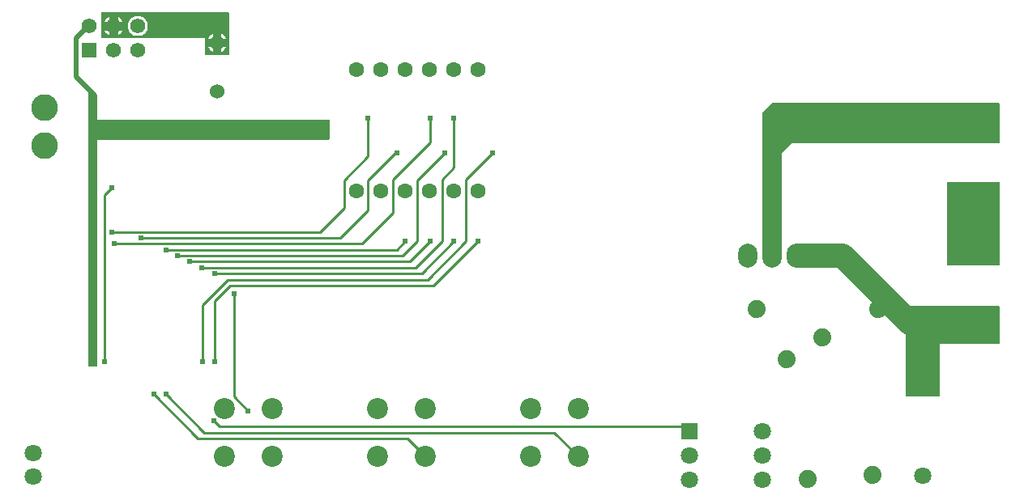
<source format=gbl>
G04 Layer: BottomLayer*
G04 EasyEDA v6.5.15, 2022-09-18 23:53:43*
G04 d3691748ad514627a52f7aef6c0eae22,d4513426d2154aa39f2c2607306ca696,10*
G04 Gerber Generator version 0.2*
G04 Scale: 100 percent, Rotated: No, Reflected: No *
G04 Dimensions in millimeters *
G04 leading zeros omitted , absolute positions ,4 integer and 5 decimal *
%FSLAX45Y45*%
%MOMM*%

%ADD10C,0.2540*%
%ADD11C,0.5080*%
%ADD12C,2.5400*%
%ADD13C,2.0320*%
%ADD14C,1.6000*%
%ADD15C,2.2000*%
%ADD16C,2.8000*%
%ADD17C,1.8796*%
%ADD18C,1.5748*%
%ADD19R,1.5748X1.5748*%
%ADD20R,1.8000X1.8000*%
%ADD21C,1.8000*%
%ADD22O,1.9999959999999999X2.4999949999999997*%
%ADD23C,1.5240*%
%ADD24C,0.6200*%
%ADD25C,0.6198*%
%ADD26C,0.0146*%

%LPD*%
G36*
X2060143Y-449986D02*
G01*
X2056282Y-449224D01*
X2052980Y-447040D01*
X2050796Y-443738D01*
X2049983Y-439826D01*
X2050034Y-275996D01*
X2049018Y-275031D01*
X972667Y-275031D01*
X968756Y-274218D01*
X965504Y-272034D01*
X963269Y-268732D01*
X962507Y-264871D01*
X962507Y-10668D01*
X963269Y-6756D01*
X965504Y-3505D01*
X968756Y-1270D01*
X972667Y-508D01*
X2289860Y-508D01*
X2293721Y-1270D01*
X2297023Y-3505D01*
X2299208Y-6756D01*
X2300020Y-10668D01*
X2300020Y-439826D01*
X2299208Y-443738D01*
X2297023Y-447040D01*
X2293721Y-449224D01*
X2289810Y-449986D01*
G37*

%LPC*%
G36*
X2219350Y-412750D02*
G01*
X2220925Y-412089D01*
X2232660Y-405130D01*
X2243378Y-396697D01*
X2252827Y-386892D01*
X2260955Y-375920D01*
X2266696Y-365404D01*
X2219350Y-365404D01*
G37*
G36*
X2130450Y-412750D02*
G01*
X2130450Y-365404D01*
X2083104Y-365404D01*
X2088845Y-375920D01*
X2096922Y-386892D01*
X2106422Y-396697D01*
X2117090Y-405130D01*
X2128824Y-412089D01*
G37*
G36*
X2219350Y-276504D02*
G01*
X2266543Y-276504D01*
X2264410Y-271932D01*
X2257094Y-260400D01*
X2248255Y-249986D01*
X2238146Y-240842D01*
X2226919Y-233121D01*
X2219350Y-229311D01*
G37*
G36*
X2083206Y-276504D02*
G01*
X2130450Y-276504D01*
X2130450Y-229311D01*
X2122881Y-233121D01*
X2111603Y-240842D01*
X2101494Y-249986D01*
X2092706Y-260400D01*
X2085339Y-271932D01*
G37*
G36*
X1345438Y-250596D02*
G01*
X1359103Y-249732D01*
X1372514Y-247040D01*
X1385519Y-242620D01*
X1397762Y-236575D01*
X1409141Y-229006D01*
X1419453Y-219964D01*
X1428445Y-209651D01*
X1436065Y-198272D01*
X1442110Y-186029D01*
X1446530Y-173075D01*
X1449171Y-159613D01*
X1450086Y-145999D01*
X1449171Y-132334D01*
X1446530Y-118922D01*
X1442110Y-105918D01*
X1436065Y-93675D01*
X1428445Y-82296D01*
X1419453Y-71983D01*
X1409141Y-62991D01*
X1397762Y-55372D01*
X1385519Y-49326D01*
X1372514Y-44907D01*
X1359103Y-42265D01*
X1345438Y-41351D01*
X1331823Y-42265D01*
X1318361Y-44907D01*
X1305407Y-49326D01*
X1293164Y-55372D01*
X1281785Y-62991D01*
X1271473Y-71983D01*
X1262430Y-82296D01*
X1254861Y-93675D01*
X1248816Y-105918D01*
X1244396Y-118922D01*
X1241704Y-132334D01*
X1240840Y-145999D01*
X1241704Y-159613D01*
X1244396Y-173075D01*
X1248816Y-186029D01*
X1254861Y-198272D01*
X1262430Y-209651D01*
X1271473Y-219964D01*
X1281785Y-229006D01*
X1293164Y-236575D01*
X1305407Y-242620D01*
X1318361Y-247040D01*
X1331823Y-249732D01*
G37*
G36*
X1045718Y-239826D02*
G01*
X1045718Y-191719D01*
X997610Y-191719D01*
X1000861Y-198272D01*
X1008430Y-209651D01*
X1017473Y-219964D01*
X1027785Y-229006D01*
X1039164Y-236575D01*
G37*
G36*
X1137158Y-239826D02*
G01*
X1143762Y-236575D01*
X1155141Y-229006D01*
X1165453Y-219964D01*
X1174445Y-209651D01*
X1182065Y-198272D01*
X1185316Y-191719D01*
X1137158Y-191719D01*
G37*
G36*
X997610Y-100279D02*
G01*
X1045718Y-100279D01*
X1045718Y-52120D01*
X1039164Y-55372D01*
X1027785Y-62991D01*
X1017473Y-71983D01*
X1008430Y-82296D01*
X1000861Y-93675D01*
G37*
G36*
X1137158Y-100279D02*
G01*
X1185316Y-100279D01*
X1182065Y-93675D01*
X1174445Y-82296D01*
X1165453Y-71983D01*
X1155141Y-62991D01*
X1143762Y-55372D01*
X1137158Y-52120D01*
G37*

%LPD*%
G36*
X7885125Y-1660652D02*
G01*
X7881264Y-1659889D01*
X7877962Y-1657654D01*
X7875778Y-1654352D01*
X7874965Y-1650492D01*
X7874965Y-1054201D01*
X7875778Y-1050340D01*
X7877962Y-1047038D01*
X7971993Y-953008D01*
X7975295Y-950772D01*
X7979206Y-950010D01*
X10339832Y-950010D01*
X10343743Y-950772D01*
X10346994Y-953008D01*
X10349230Y-956259D01*
X10349992Y-960170D01*
X10349992Y-1364843D01*
X10349230Y-1368755D01*
X10346994Y-1372006D01*
X10343743Y-1374241D01*
X10339832Y-1375003D01*
X8176006Y-1375003D01*
X8174278Y-1375714D01*
X7892338Y-1657654D01*
X7889036Y-1659889D01*
G37*

%LPD*%
G36*
X9810140Y-2650032D02*
G01*
X9806228Y-2649220D01*
X9802977Y-2647035D01*
X9800742Y-2643733D01*
X9799980Y-2639872D01*
X9799980Y-1785162D01*
X9800742Y-1781251D01*
X9802977Y-1778000D01*
X9806228Y-1775764D01*
X9810140Y-1775002D01*
X10339832Y-1775002D01*
X10343743Y-1775764D01*
X10346994Y-1778000D01*
X10349230Y-1781251D01*
X10349992Y-1785162D01*
X10349992Y-2639872D01*
X10349230Y-2643733D01*
X10346994Y-2647035D01*
X10343743Y-2649220D01*
X10339832Y-2650032D01*
G37*

%LPD*%
G36*
X835101Y-3712311D02*
G01*
X831240Y-3711549D01*
X827938Y-3709314D01*
X825753Y-3706012D01*
X824941Y-3702151D01*
X824941Y-799490D01*
X825753Y-795578D01*
X827938Y-792327D01*
X831240Y-790092D01*
X835101Y-789330D01*
X839012Y-790092D01*
X842314Y-792327D01*
X921969Y-871982D01*
X924153Y-875284D01*
X924966Y-879144D01*
X924966Y-1123950D01*
X925931Y-1124966D01*
X3339642Y-1124966D01*
X3343554Y-1125728D01*
X3346856Y-1127912D01*
X3349040Y-1131214D01*
X3349802Y-1135126D01*
X3349802Y-1327251D01*
X3349040Y-1331163D01*
X3346856Y-1334465D01*
X3343554Y-1336649D01*
X3339642Y-1337411D01*
X925931Y-1337411D01*
X924966Y-1338427D01*
X924966Y-3702151D01*
X924153Y-3706012D01*
X921969Y-3709314D01*
X918667Y-3711549D01*
X914806Y-3712311D01*
G37*

%LPD*%
G36*
X9385147Y-4024985D02*
G01*
X9381236Y-4024223D01*
X9377984Y-4021988D01*
X9375749Y-4018737D01*
X9374987Y-4014825D01*
X9374987Y-3085185D01*
X9375749Y-3081274D01*
X9377984Y-3077972D01*
X9381236Y-3075787D01*
X9385147Y-3075025D01*
X10339832Y-3075025D01*
X10343743Y-3075787D01*
X10346994Y-3077972D01*
X10349230Y-3081274D01*
X10349992Y-3085185D01*
X10349992Y-3464864D01*
X10349230Y-3468725D01*
X10346994Y-3472027D01*
X10343743Y-3474212D01*
X10339832Y-3475024D01*
X9725964Y-3475024D01*
X9724999Y-3475990D01*
X9724999Y-4014825D01*
X9724186Y-4018737D01*
X9722002Y-4021988D01*
X9718700Y-4024223D01*
X9714839Y-4024985D01*
G37*

%LPD*%
D10*
X999997Y-3662502D02*
G01*
X999997Y-1912518D01*
X1075004Y-1837512D01*
D11*
X837491Y-145999D02*
G01*
X829002Y-145999D01*
X700001Y-275000D01*
X700001Y-675002D01*
X899952Y-874953D01*
D10*
X1637512Y-2487500D02*
G01*
X4049646Y-2487500D01*
X4137279Y-2399868D01*
X4399762Y-1112443D02*
G01*
X4399762Y-1362737D01*
X4012443Y-1750057D01*
X4012443Y-2100069D01*
X3687526Y-2424986D01*
X1099995Y-2424986D01*
D12*
X10074909Y-3258565D02*
G01*
X9421113Y-3258565D01*
X8712454Y-2549905D01*
X8253984Y-2549905D01*
D10*
X2024887Y-3662426D02*
G01*
X2024887Y-3062478D01*
X2287523Y-2800095D01*
X4374895Y-2800095D01*
X4774945Y-2400045D01*
X4774945Y-1750060D01*
X5050027Y-1474978D01*
X2150110Y-3662426D02*
G01*
X2150110Y-3024886D01*
X2312415Y-2862579D01*
X4437379Y-2862579D01*
X4899913Y-2400045D01*
D13*
X7975091Y-2549903D02*
G01*
X7975091Y-1178890D01*
X10075011Y-1178890D01*
D10*
X4050035Y-1474980D02*
G01*
X4035041Y-1474980D01*
X3750058Y-1759965D01*
X3750058Y-2074923D01*
X3462479Y-2362504D01*
X1375003Y-2362504D01*
X1887499Y-2612491D02*
G01*
X4187596Y-2612491D01*
X4400041Y-2400045D01*
X2150008Y-2737510D02*
G01*
X4312508Y-2737510D01*
X4649972Y-2400045D01*
X2350007Y-2950006D02*
G01*
X2350007Y-4025018D01*
X2499989Y-4175000D01*
X2137410Y-4274820D02*
G01*
X2199894Y-4337304D01*
X7100315Y-4337304D01*
X7100315Y-4375150D01*
X1762505Y-2549905D02*
G01*
X4112768Y-2549905D01*
X4262374Y-2400300D01*
X4262374Y-1762505D01*
X4549902Y-1474978D01*
X2012442Y-2674873D02*
G01*
X4249927Y-2674873D01*
X4524756Y-2400300D01*
X4524756Y-1750313D01*
X4649724Y-1625345D01*
X4649724Y-1112520D01*
X1074928Y-2299970D02*
G01*
X3249929Y-2299970D01*
X3500120Y-2050034D01*
X3500120Y-1762252D01*
X3749802Y-1512315D01*
X3749802Y-1112520D01*
X1512417Y-3999788D02*
G01*
X1975129Y-4462500D01*
X4162498Y-4462500D01*
X4324982Y-4624981D01*
X1637537Y-3999737D02*
G01*
X2037334Y-4399787D01*
X5699759Y-4399787D01*
X5925058Y-4625086D01*
D14*
G01*
X4897500Y-1872513D03*
G01*
X4643500Y-1872513D03*
G01*
X4389500Y-1872513D03*
G01*
X4135500Y-1872513D03*
G01*
X3881500Y-1872513D03*
G01*
X3627500Y-1872513D03*
G01*
X3627500Y-602513D03*
G01*
X3881500Y-602513D03*
G01*
X4135500Y-602513D03*
G01*
X4389500Y-602513D03*
G01*
X4643500Y-602513D03*
G01*
X4897500Y-602513D03*
D15*
G01*
X2749981Y-4150004D03*
G01*
X2749981Y-4650003D03*
G01*
X2249982Y-4650003D03*
G01*
X2249982Y-4150004D03*
G01*
X4349978Y-4150004D03*
G01*
X4349978Y-4650003D03*
G01*
X3849979Y-4650003D03*
G01*
X3849979Y-4150004D03*
G01*
X5950178Y-4150156D03*
G01*
X5950178Y-4650155D03*
G01*
X5450179Y-4650155D03*
G01*
X5450179Y-4150156D03*
D16*
G01*
X10086975Y-1166418D03*
G01*
X10086975Y-1958441D03*
D17*
G01*
X8501430Y-3408730D03*
G01*
X9022664Y-4840833D03*
D18*
G01*
X1345463Y-145973D03*
G01*
X1345463Y-399973D03*
G01*
X1091463Y-145973D03*
G01*
X1091463Y-399973D03*
G01*
X837463Y-145973D03*
D19*
G01*
X837463Y-399973D03*
D20*
G01*
X7106513Y-4383506D03*
D21*
G01*
X7106513Y-4637506D03*
G01*
X7106513Y-4891506D03*
G01*
X7868513Y-4383506D03*
G01*
X7868513Y-4637506D03*
G01*
X7868513Y-4891506D03*
D22*
G01*
X7975091Y-2549905D03*
G01*
X7721091Y-2549905D03*
G01*
X8229091Y-2549905D03*
D17*
G01*
X8347760Y-4887848D03*
G01*
X8127238Y-3637153D03*
G01*
X7814995Y-3112490D03*
G01*
X9084995Y-3112490D03*
D21*
G01*
X250012Y-4612411D03*
G01*
X250012Y-4862601D03*
D16*
G01*
X375005Y-1397990D03*
G01*
X375005Y-1002004D03*
D21*
G01*
X9549891Y-4850003D03*
G01*
X9549891Y-3850004D03*
D23*
G01*
X2174875Y-828979D03*
G01*
X2174875Y-320979D03*
D16*
G01*
X10086975Y-2466339D03*
G01*
X10086975Y-3258362D03*
D24*
G01*
X1075004Y-1837512D03*
G01*
X999997Y-3662502D03*
D25*
G01*
X3749802Y-1112443D03*
G01*
X1075004Y-2299995D03*
G01*
X4050004Y-1475003D03*
G01*
X1375003Y-2362504D03*
G01*
X4550003Y-1475003D03*
G01*
X1762505Y-2550007D03*
G01*
X4399762Y-1112443D03*
G01*
X1099997Y-2424988D03*
G01*
X4400041Y-2400045D03*
G01*
X4649749Y-1112443D03*
G01*
X4649977Y-2400045D03*
G01*
X5050002Y-1475003D03*
G01*
X4899913Y-2400045D03*
G01*
X875004Y-3662502D03*
G01*
X3187344Y-1287424D03*
G01*
X3299815Y-1287424D03*
G01*
X3074847Y-1287424D03*
G01*
X3299815Y-1174927D03*
G01*
X3074847Y-1174927D03*
G01*
X3187344Y-1174927D03*
G01*
X875004Y-3574999D03*
G01*
X875004Y-3487496D03*
G01*
X1887499Y-2612491D03*
D24*
G01*
X2012492Y-2675001D03*
G01*
X2150008Y-2737510D03*
G01*
X4137279Y-2399868D03*
G01*
X1637512Y-2487498D03*
G01*
X2350007Y-2950006D03*
G01*
X2499995Y-4174997D03*
G01*
X2024989Y-3662502D03*
G01*
X2150008Y-3662502D03*
G01*
X2137384Y-4274769D03*
G01*
X1637411Y-3999788D03*
G01*
X1512417Y-3999788D03*
M02*

</source>
